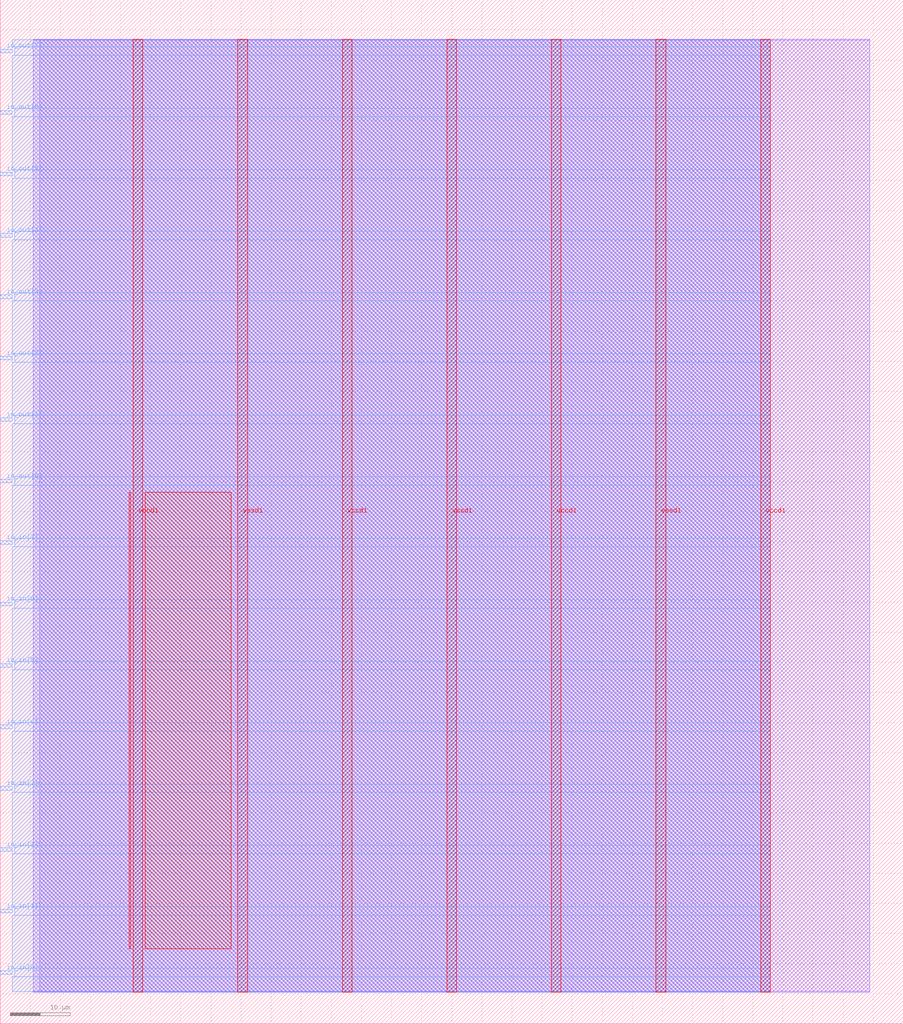
<source format=lef>
VERSION 5.7 ;
  NOWIREEXTENSIONATPIN ON ;
  DIVIDERCHAR "/" ;
  BUSBITCHARS "[]" ;
MACRO ericsmi_speed_test
  CLASS BLOCK ;
  FOREIGN ericsmi_speed_test ;
  ORIGIN 0.000 0.000 ;
  SIZE 150.000 BY 170.000 ;
  PIN io_in[0]
    DIRECTION INPUT ;
    USE SIGNAL ;
    PORT
      LAYER met3 ;
        RECT 0.000 8.200 2.000 8.800 ;
    END
  END io_in[0]
  PIN io_in[1]
    DIRECTION INPUT ;
    USE SIGNAL ;
    PORT
      LAYER met3 ;
        RECT 0.000 18.400 2.000 19.000 ;
    END
  END io_in[1]
  PIN io_in[2]
    DIRECTION INPUT ;
    USE SIGNAL ;
    PORT
      LAYER met3 ;
        RECT 0.000 28.600 2.000 29.200 ;
    END
  END io_in[2]
  PIN io_in[3]
    DIRECTION INPUT ;
    USE SIGNAL ;
    PORT
      LAYER met3 ;
        RECT 0.000 38.800 2.000 39.400 ;
    END
  END io_in[3]
  PIN io_in[4]
    DIRECTION INPUT ;
    USE SIGNAL ;
    PORT
      LAYER met3 ;
        RECT 0.000 49.000 2.000 49.600 ;
    END
  END io_in[4]
  PIN io_in[5]
    DIRECTION INPUT ;
    USE SIGNAL ;
    PORT
      LAYER met3 ;
        RECT 0.000 59.200 2.000 59.800 ;
    END
  END io_in[5]
  PIN io_in[6]
    DIRECTION INPUT ;
    USE SIGNAL ;
    PORT
      LAYER met3 ;
        RECT 0.000 69.400 2.000 70.000 ;
    END
  END io_in[6]
  PIN io_in[7]
    DIRECTION INPUT ;
    USE SIGNAL ;
    PORT
      LAYER met3 ;
        RECT 0.000 79.600 2.000 80.200 ;
    END
  END io_in[7]
  PIN io_out[0]
    DIRECTION OUTPUT TRISTATE ;
    USE SIGNAL ;
    PORT
      LAYER met3 ;
        RECT 0.000 89.800 2.000 90.400 ;
    END
  END io_out[0]
  PIN io_out[1]
    DIRECTION OUTPUT TRISTATE ;
    USE SIGNAL ;
    PORT
      LAYER met3 ;
        RECT 0.000 100.000 2.000 100.600 ;
    END
  END io_out[1]
  PIN io_out[2]
    DIRECTION OUTPUT TRISTATE ;
    USE SIGNAL ;
    PORT
      LAYER met3 ;
        RECT 0.000 110.200 2.000 110.800 ;
    END
  END io_out[2]
  PIN io_out[3]
    DIRECTION OUTPUT TRISTATE ;
    USE SIGNAL ;
    PORT
      LAYER met3 ;
        RECT 0.000 120.400 2.000 121.000 ;
    END
  END io_out[3]
  PIN io_out[4]
    DIRECTION OUTPUT TRISTATE ;
    USE SIGNAL ;
    PORT
      LAYER met3 ;
        RECT 0.000 130.600 2.000 131.200 ;
    END
  END io_out[4]
  PIN io_out[5]
    DIRECTION OUTPUT TRISTATE ;
    USE SIGNAL ;
    PORT
      LAYER met3 ;
        RECT 0.000 140.800 2.000 141.400 ;
    END
  END io_out[5]
  PIN io_out[6]
    DIRECTION OUTPUT TRISTATE ;
    USE SIGNAL ;
    PORT
      LAYER met3 ;
        RECT 0.000 151.000 2.000 151.600 ;
    END
  END io_out[6]
  PIN io_out[7]
    DIRECTION OUTPUT TRISTATE ;
    USE SIGNAL ;
    PORT
      LAYER met3 ;
        RECT 0.000 161.200 2.000 161.800 ;
    END
  END io_out[7]
  PIN vccd1
    DIRECTION INOUT ;
    USE POWER ;
    PORT
      LAYER met4 ;
        RECT 22.090 5.200 23.690 163.440 ;
    END
    PORT
      LAYER met4 ;
        RECT 56.830 5.200 58.430 163.440 ;
    END
    PORT
      LAYER met4 ;
        RECT 91.570 5.200 93.170 163.440 ;
    END
    PORT
      LAYER met4 ;
        RECT 126.310 5.200 127.910 163.440 ;
    END
  END vccd1
  PIN vssd1
    DIRECTION INOUT ;
    USE GROUND ;
    PORT
      LAYER met4 ;
        RECT 39.460 5.200 41.060 163.440 ;
    END
    PORT
      LAYER met4 ;
        RECT 74.200 5.200 75.800 163.440 ;
    END
    PORT
      LAYER met4 ;
        RECT 108.940 5.200 110.540 163.440 ;
    END
  END vssd1
  OBS
      LAYER li1 ;
        RECT 5.520 5.355 144.440 163.285 ;
      LAYER met1 ;
        RECT 5.520 5.200 144.440 163.440 ;
      LAYER met2 ;
        RECT 6.530 5.255 127.880 163.385 ;
      LAYER met3 ;
        RECT 2.000 162.200 127.900 163.365 ;
        RECT 2.400 160.800 127.900 162.200 ;
        RECT 2.000 152.000 127.900 160.800 ;
        RECT 2.400 150.600 127.900 152.000 ;
        RECT 2.000 141.800 127.900 150.600 ;
        RECT 2.400 140.400 127.900 141.800 ;
        RECT 2.000 131.600 127.900 140.400 ;
        RECT 2.400 130.200 127.900 131.600 ;
        RECT 2.000 121.400 127.900 130.200 ;
        RECT 2.400 120.000 127.900 121.400 ;
        RECT 2.000 111.200 127.900 120.000 ;
        RECT 2.400 109.800 127.900 111.200 ;
        RECT 2.000 101.000 127.900 109.800 ;
        RECT 2.400 99.600 127.900 101.000 ;
        RECT 2.000 90.800 127.900 99.600 ;
        RECT 2.400 89.400 127.900 90.800 ;
        RECT 2.000 80.600 127.900 89.400 ;
        RECT 2.400 79.200 127.900 80.600 ;
        RECT 2.000 70.400 127.900 79.200 ;
        RECT 2.400 69.000 127.900 70.400 ;
        RECT 2.000 60.200 127.900 69.000 ;
        RECT 2.400 58.800 127.900 60.200 ;
        RECT 2.000 50.000 127.900 58.800 ;
        RECT 2.400 48.600 127.900 50.000 ;
        RECT 2.000 39.800 127.900 48.600 ;
        RECT 2.400 38.400 127.900 39.800 ;
        RECT 2.000 29.600 127.900 38.400 ;
        RECT 2.400 28.200 127.900 29.600 ;
        RECT 2.000 19.400 127.900 28.200 ;
        RECT 2.400 18.000 127.900 19.400 ;
        RECT 2.000 9.200 127.900 18.000 ;
        RECT 2.400 7.800 127.900 9.200 ;
        RECT 2.000 5.275 127.900 7.800 ;
      LAYER met4 ;
        RECT 21.455 12.415 21.690 88.225 ;
        RECT 24.090 12.415 38.345 88.225 ;
  END
END ericsmi_speed_test
END LIBRARY


</source>
